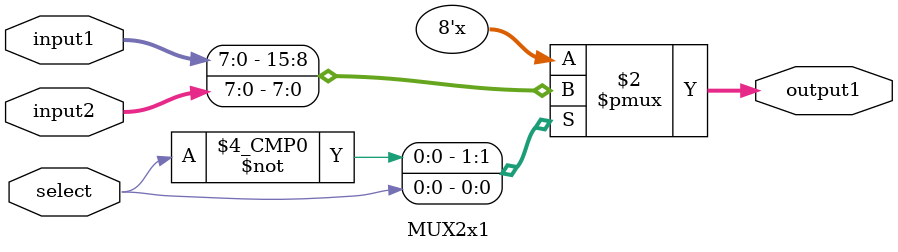
<source format=v>

/* ************************************************************************************************************* */
module cpu(PC, INSTRUCTION, CLK, RESET);

/*****Declaration of reg/wires*****/

//inputs and outputs to the CPU 
    input [31:0]INSTRUCTION;                    //inputs Instruction
    input CLK, RESET;                           //input clock an reset
    output reg [31:0] PC;                       //outputs the next instruciton to be executed(PC) 

//PC register
    reg [31:0] PCregister;

//extracted OPCODE, Read registeer1, readregister2, writing register and immediate value
    reg [2:0] READREG1, READREG2, INADDRESS;    //registers to store registers to read and write
    reg [7:0] OPCODE;
    reg signed[7:0] IMMEDIATE;          //registers to store opcode and immediatee values

//Control signal outputs of the Control Unit
    wire WRITEENABLE;                           // Input signal to the register file
    wire SUB_ADD, IMM;                          // Select signals to the two muxs
    wire [2:0] ALUOP;                           // Select signal for the ALU

//register file output wire connections
    wire signed [7:0] OUT1, OUT2;   

//outputs of muxs and ALU
    wire signed[7:0] OUT2_1, OUT2_2, RESULT;

//for getting 2s Complement
    reg signed[7:0] OUT2_2s;

/***BEGIN OPERATIONS***/

//synchronous always block for PC update
    always @(posedge CLK) begin
        #1                              // Unit time delay
        if (RESET) PC = 0;              //for reseting CPU and Register
        else PC = PCregister;           //else move to next instruction
    end    

//always block to increment the pc register value
    always @(PC) begin
        #1                              // Unit time delay
        PCregister = PC + 4;
    end

//always block to extract instruction parts. Trigger when an instruciton is recieved.
    always @(INSTRUCTION) begin

    OPCODE = INSTRUCTION[31:24];            //extract  opcode from instruction
    INADDRESS = INSTRUCTION[23:16];         //extract writing register
    READREG1 = INSTRUCTION[15:8];           //extract Read register 1 from instruction
    READREG2 = INSTRUCTION[7:0];            //Read register 2 from instruction
    IMMEDIATE = INSTRUCTION[7:0];           //extract immediate value from instruction

    end

//initiating control unit
    ControlUnit CU( WRITEENABLE, ALUOP, SUB_ADD, IMM, OPCODE);

//creating register file object
    reg_file register(RESULT, OUT1, OUT2, INADDRESS, READREG1, READREG2, WRITEENABLE, CLK, RESET);

//always block to get 2s Complement. The always block is triggered whenever the OUT2 changes
    always @(OUT2) begin
        #1                                      //delay 1 seconds
        OUT2_2s = ~OUT2 + 8'd1;                 //increment by 1 to get 2s complement
    end

//choosing 2s complement
    MUX2x1 Mux1(OUT2_1, OUT2, OUT2_2s, SUB_ADD);

//chosing immediate value or  register value
    MUX2x1 Mux2(OUT2_2, OUT2_1, IMMEDIATE, IMM);

//feeding result to ALU. Create an alu object
    alu ALU(OUT1, OUT2_2, RESULT, ALUOP);               //delay of #2 maximum

endmodule

//module for Control unit
module ControlUnit (WRITEENABLE, ALUOP, SUB_ADD, IMM, OPCODE);

//Output control signals   
    output reg SUB_ADD,IMM, WRITEENABLE;
    output reg [2:0] ALUOP;

//Input signal
    input [7:0] OPCODE;

//always block to set ALUOP
    always @(OPCODE) begin
        WRITEENABLE = 0;
        #1                          //delay of 1 time unit
        case(OPCODE)
        8'b00000010: ALUOP = 3'b001;        //add instruction
        8'b00000011: ALUOP = 3'b001;        //sub instruction
        8'b00000100: ALUOP = 3'b010;        //and instruction
        8'b00000101: ALUOP = 3'b011;        //or instruction
        8'b00000000: ALUOP = 3'b000;        //loadi instruction
        8'b00000001: ALUOP = 3'b000;        //mov instruction
        default:  ALUOP = 3'bxxx;           //default

        endcase

//for sub instruction SUB_ADD=1 for add SUB_ADD=0
    if (OPCODE==8'b00000011) SUB_ADD=1;
    else SUB_ADD=0;

//for loadi IMM=1 else IMM=0
    if(OPCODE==8'b00000000) IMM=1;
    else IMM=0;

//ready to write to register at next positive clock edge
    WRITEENABLE = 1;
    end
endmodule


//2x1 MUX module 
module MUX2x1(output1, input1, input2, select);
    
    //inputs - select bit and two inputs
    input [7:0]input1, input2;
    input select;        

    output reg [7:0]output1;                     //chosen input to be sent as the output

    //case block to implement the MUX
    always @(input1, input2, select) begin
      case (select)
        1'b0: output1 = input1;          //first choice  
        1'b1: output1 = input2;          //second choice
        
    endcase  
    end

endmodule
</source>
